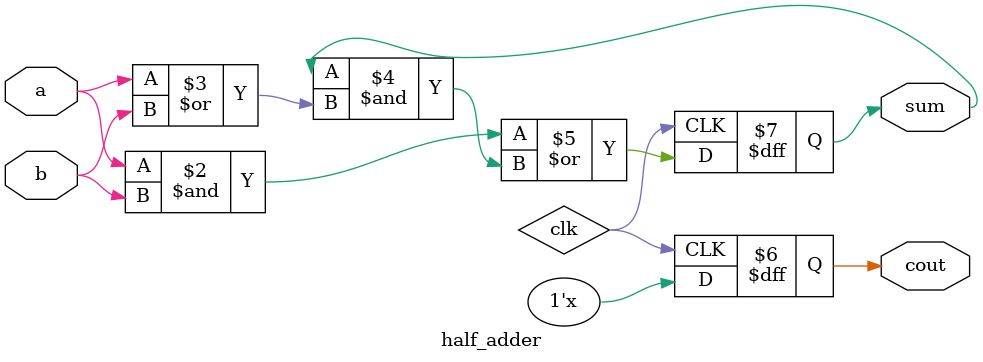
<source format=v>
module half_adder( 
input a, b,
output cout, sum );

always @(posedge clk) begin
        sum <= (a&b) | (sum&(a|b));
        cout <= sum[31:16];
end

endmodule

</source>
